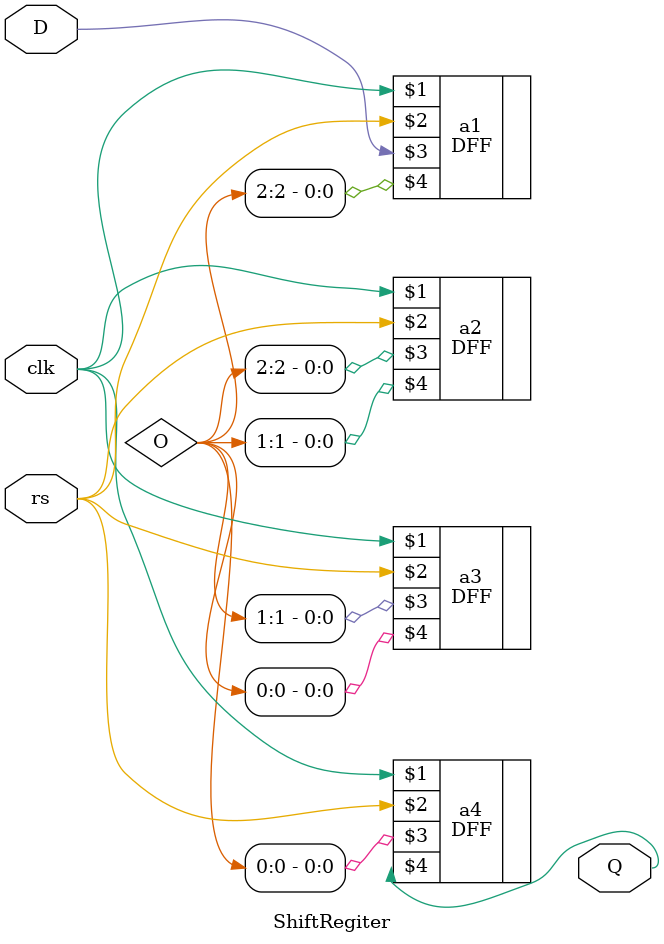
<source format=v>
`timescale 1ns / 1ps
module ShiftRegiter(
input D, clk, rs,
output wire Q );
wire [2:0]O;
DFF a1 (clk, rs, D, O[2]);
DFF a2 (clk, rs, O[2], O[1]);
DFF a3 (clk, rs, O[1], O[0]);
DFF a4 (clk, rs, O[0], Q);
endmodule

</source>
